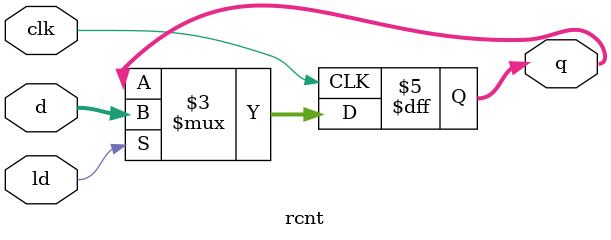
<source format=v>
`timescale 1ns/1ns

module rcnt(clk, ld, d, q);
	input        clk, ld;
	input  [7:0] d;
	output [7:0] q;
	reg    [7:0] q;
	
	always@(posedge clk) begin
		if(ld == 1'b1) begin
			q <= d;
		end else begin
	/* write answer below */

	/* write answer above */
		end
	end

endmodule

</source>
